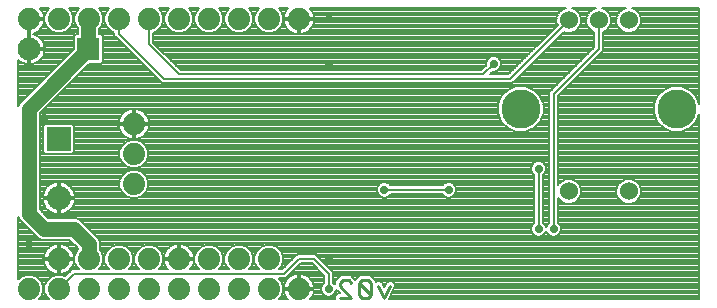
<source format=gbl>
G75*
%MOIN*%
%OFA0B0*%
%FSLAX25Y25*%
%IPPOS*%
%LPD*%
%AMOC8*
5,1,8,0,0,1.08239X$1,22.5*
%
%ADD10C,0.01100*%
%ADD11C,0.07600*%
%ADD12R,0.07600X0.07600*%
%ADD13R,0.08000X0.08000*%
%ADD14C,0.08000*%
%ADD15C,0.07400*%
%ADD16C,0.06000*%
%ADD17C,0.13000*%
%ADD18C,0.00800*%
%ADD19C,0.02900*%
%ADD20C,0.05000*%
D10*
X0201956Y0037050D02*
X0205892Y0037050D01*
X0201956Y0040987D01*
X0201956Y0041971D01*
X0202940Y0042955D01*
X0204908Y0042955D01*
X0205892Y0041971D01*
X0208401Y0041971D02*
X0212338Y0038034D01*
X0211354Y0037050D01*
X0209385Y0037050D01*
X0208401Y0038034D01*
X0208401Y0041971D01*
X0209385Y0042955D01*
X0211354Y0042955D01*
X0212338Y0041971D01*
X0212338Y0038034D01*
X0214847Y0040987D02*
X0216815Y0037050D01*
X0218783Y0040987D01*
D11*
X0098491Y0120000D03*
D12*
X0118176Y0120000D03*
D13*
X0108333Y0090000D03*
D14*
X0108333Y0070315D03*
D15*
X0098333Y0040000D03*
X0108333Y0040000D03*
X0118333Y0040000D03*
X0128333Y0040000D03*
X0138333Y0040000D03*
X0148333Y0040000D03*
X0158333Y0040000D03*
X0168333Y0040000D03*
X0178333Y0040000D03*
X0188333Y0040000D03*
X0178333Y0050000D03*
X0168333Y0050000D03*
X0158333Y0050000D03*
X0148333Y0050000D03*
X0138333Y0050000D03*
X0128333Y0050000D03*
X0118333Y0050000D03*
X0108333Y0050000D03*
X0133333Y0075000D03*
X0133333Y0085000D03*
X0133333Y0095000D03*
X0128333Y0130000D03*
X0118333Y0130000D03*
X0108333Y0130000D03*
X0098333Y0130000D03*
X0138333Y0130000D03*
X0148333Y0130000D03*
X0158333Y0130000D03*
X0168333Y0130000D03*
X0178333Y0130000D03*
X0188333Y0130000D03*
D16*
X0278333Y0129500D03*
X0288333Y0129500D03*
X0298333Y0129500D03*
X0298333Y0072500D03*
X0278333Y0072500D03*
D17*
X0262333Y0100000D03*
X0314333Y0100000D03*
D18*
X0321277Y0096903D02*
X0321833Y0096903D01*
X0321833Y0096105D02*
X0320946Y0096105D01*
X0320776Y0095695D02*
X0321833Y0098247D01*
X0321833Y0036500D01*
X0218385Y0036500D01*
X0220565Y0040860D01*
X0220133Y0042157D01*
X0218910Y0042768D01*
X0217613Y0042336D01*
X0216815Y0040739D01*
X0216017Y0042336D01*
X0214720Y0042768D01*
X0213988Y0042402D01*
X0213988Y0042654D01*
X0213027Y0043616D01*
X0213004Y0043638D01*
X0212037Y0044605D01*
X0208702Y0044605D01*
X0208688Y0044591D01*
X0207735Y0043638D01*
X0207718Y0043621D01*
X0207147Y0043050D01*
X0206558Y0043638D01*
X0206558Y0043638D01*
X0205606Y0044591D01*
X0205592Y0044605D01*
X0202256Y0044605D01*
X0201290Y0043638D01*
X0201267Y0043616D01*
X0200306Y0042654D01*
X0200306Y0041634D01*
X0199833Y0042106D01*
X0199833Y0045621D01*
X0194833Y0050621D01*
X0193955Y0051500D01*
X0187712Y0051500D01*
X0182712Y0046500D01*
X0181622Y0046500D01*
X0182403Y0047281D01*
X0183133Y0049045D01*
X0183133Y0050955D01*
X0182403Y0052719D01*
X0181052Y0054069D01*
X0179288Y0054800D01*
X0177379Y0054800D01*
X0175614Y0054069D01*
X0174264Y0052719D01*
X0173533Y0050955D01*
X0173533Y0049045D01*
X0174264Y0047281D01*
X0175045Y0046500D01*
X0171622Y0046500D01*
X0172403Y0047281D01*
X0173133Y0049045D01*
X0173133Y0050955D01*
X0172403Y0052719D01*
X0171052Y0054069D01*
X0169288Y0054800D01*
X0167379Y0054800D01*
X0165614Y0054069D01*
X0164264Y0052719D01*
X0163533Y0050955D01*
X0163533Y0049045D01*
X0164264Y0047281D01*
X0165045Y0046500D01*
X0161622Y0046500D01*
X0162403Y0047281D01*
X0163133Y0049045D01*
X0163133Y0050955D01*
X0162403Y0052719D01*
X0161052Y0054069D01*
X0159288Y0054800D01*
X0157379Y0054800D01*
X0155614Y0054069D01*
X0154264Y0052719D01*
X0153533Y0050955D01*
X0153533Y0049045D01*
X0154264Y0047281D01*
X0155045Y0046500D01*
X0152046Y0046500D01*
X0152223Y0046678D01*
X0152695Y0047327D01*
X0153060Y0048042D01*
X0153308Y0048806D01*
X0153433Y0049599D01*
X0153433Y0049600D01*
X0148733Y0049600D01*
X0148733Y0050400D01*
X0147933Y0050400D01*
X0147933Y0049600D01*
X0143233Y0049600D01*
X0143233Y0049599D01*
X0143359Y0048806D01*
X0143607Y0048042D01*
X0143971Y0047327D01*
X0144443Y0046678D01*
X0144621Y0046500D01*
X0141622Y0046500D01*
X0142403Y0047281D01*
X0143133Y0049045D01*
X0143133Y0050955D01*
X0142403Y0052719D01*
X0141052Y0054069D01*
X0139288Y0054800D01*
X0137379Y0054800D01*
X0135614Y0054069D01*
X0134264Y0052719D01*
X0133533Y0050955D01*
X0133533Y0049045D01*
X0134264Y0047281D01*
X0135045Y0046500D01*
X0131622Y0046500D01*
X0132403Y0047281D01*
X0133133Y0049045D01*
X0133133Y0050955D01*
X0132403Y0052719D01*
X0131052Y0054069D01*
X0129288Y0054800D01*
X0127379Y0054800D01*
X0125614Y0054069D01*
X0124264Y0052719D01*
X0123533Y0050955D01*
X0123533Y0049045D01*
X0124264Y0047281D01*
X0125045Y0046500D01*
X0121622Y0046500D01*
X0122403Y0047281D01*
X0123133Y0049045D01*
X0123133Y0050955D01*
X0122403Y0052719D01*
X0121933Y0053188D01*
X0121933Y0055716D01*
X0121385Y0057039D01*
X0120373Y0058052D01*
X0120373Y0058052D01*
X0115373Y0063052D01*
X0114049Y0063600D01*
X0104824Y0063600D01*
X0101933Y0066491D01*
X0101933Y0098509D01*
X0118524Y0115100D01*
X0122431Y0115100D01*
X0123076Y0115744D01*
X0123076Y0124256D01*
X0122431Y0124900D01*
X0121776Y0124900D01*
X0121776Y0126654D01*
X0122403Y0127281D01*
X0123133Y0129045D01*
X0123133Y0130955D01*
X0122403Y0132719D01*
X0121622Y0133500D01*
X0125045Y0133500D01*
X0124264Y0132719D01*
X0123533Y0130955D01*
X0123533Y0129045D01*
X0124264Y0127281D01*
X0125614Y0125931D01*
X0126833Y0125426D01*
X0126833Y0124379D01*
X0127712Y0123500D01*
X0142712Y0108500D01*
X0259455Y0108500D01*
X0260333Y0109379D01*
X0276695Y0125741D01*
X0277518Y0125400D01*
X0279149Y0125400D01*
X0280656Y0126024D01*
X0281809Y0127178D01*
X0282433Y0128684D01*
X0282433Y0130316D01*
X0281809Y0131822D01*
X0280656Y0132976D01*
X0279390Y0133500D01*
X0287276Y0133500D01*
X0286011Y0132976D01*
X0284858Y0131822D01*
X0284233Y0130316D01*
X0284233Y0128684D01*
X0284858Y0127178D01*
X0286011Y0126024D01*
X0286833Y0125684D01*
X0286833Y0120621D01*
X0271833Y0105621D01*
X0271833Y0062106D01*
X0271172Y0061444D01*
X0270833Y0060628D01*
X0270495Y0061444D01*
X0269833Y0062106D01*
X0269833Y0077894D01*
X0270495Y0078556D01*
X0270883Y0079493D01*
X0270883Y0080507D01*
X0270495Y0081444D01*
X0269778Y0082162D01*
X0268841Y0082550D01*
X0267826Y0082550D01*
X0266889Y0082162D01*
X0266172Y0081444D01*
X0265783Y0080507D01*
X0265783Y0079493D01*
X0266172Y0078556D01*
X0266833Y0077894D01*
X0266833Y0062106D01*
X0266172Y0061444D01*
X0265783Y0060507D01*
X0265783Y0059493D01*
X0266172Y0058556D01*
X0266889Y0057838D01*
X0267826Y0057450D01*
X0268841Y0057450D01*
X0269778Y0057838D01*
X0270495Y0058556D01*
X0270833Y0059372D01*
X0271172Y0058556D01*
X0271889Y0057838D01*
X0272826Y0057450D01*
X0273841Y0057450D01*
X0274778Y0057838D01*
X0275495Y0058556D01*
X0275883Y0059493D01*
X0275883Y0060507D01*
X0275495Y0061444D01*
X0274833Y0062106D01*
X0274833Y0070236D01*
X0274858Y0070178D01*
X0276011Y0069024D01*
X0277518Y0068400D01*
X0279149Y0068400D01*
X0280656Y0069024D01*
X0281809Y0070178D01*
X0282433Y0071684D01*
X0282433Y0073316D01*
X0281809Y0074822D01*
X0280656Y0075976D01*
X0279149Y0076600D01*
X0277518Y0076600D01*
X0276011Y0075976D01*
X0274858Y0074822D01*
X0274833Y0074764D01*
X0274833Y0104379D01*
X0288955Y0118500D01*
X0289833Y0119379D01*
X0289833Y0125684D01*
X0290656Y0126024D01*
X0291809Y0127178D01*
X0292433Y0128684D01*
X0292433Y0130316D01*
X0291809Y0131822D01*
X0290656Y0132976D01*
X0289390Y0133500D01*
X0297276Y0133500D01*
X0296011Y0132976D01*
X0294858Y0131822D01*
X0294233Y0130316D01*
X0294233Y0128684D01*
X0294858Y0127178D01*
X0296011Y0126024D01*
X0297518Y0125400D01*
X0299149Y0125400D01*
X0300656Y0126024D01*
X0301809Y0127178D01*
X0302433Y0128684D01*
X0302433Y0130316D01*
X0301809Y0131822D01*
X0300656Y0132976D01*
X0299390Y0133500D01*
X0321833Y0133500D01*
X0321833Y0101753D01*
X0320776Y0104305D01*
X0318638Y0106443D01*
X0315845Y0107600D01*
X0312822Y0107600D01*
X0310028Y0106443D01*
X0307890Y0104305D01*
X0306733Y0101512D01*
X0306733Y0098488D01*
X0307890Y0095695D01*
X0310028Y0093557D01*
X0312822Y0092400D01*
X0315845Y0092400D01*
X0318638Y0093557D01*
X0320776Y0095695D01*
X0320388Y0095306D02*
X0321833Y0095306D01*
X0321833Y0094508D02*
X0319589Y0094508D01*
X0318791Y0093709D02*
X0321833Y0093709D01*
X0321833Y0092911D02*
X0317078Y0092911D01*
X0321833Y0092112D02*
X0274833Y0092112D01*
X0274833Y0091314D02*
X0321833Y0091314D01*
X0321833Y0090515D02*
X0274833Y0090515D01*
X0274833Y0089717D02*
X0321833Y0089717D01*
X0321833Y0088918D02*
X0274833Y0088918D01*
X0274833Y0088120D02*
X0321833Y0088120D01*
X0321833Y0087321D02*
X0274833Y0087321D01*
X0274833Y0086523D02*
X0321833Y0086523D01*
X0321833Y0085724D02*
X0274833Y0085724D01*
X0274833Y0084926D02*
X0321833Y0084926D01*
X0321833Y0084127D02*
X0274833Y0084127D01*
X0274833Y0083329D02*
X0321833Y0083329D01*
X0321833Y0082530D02*
X0274833Y0082530D01*
X0274833Y0081732D02*
X0321833Y0081732D01*
X0321833Y0080933D02*
X0274833Y0080933D01*
X0274833Y0080134D02*
X0321833Y0080134D01*
X0321833Y0079336D02*
X0274833Y0079336D01*
X0274833Y0078537D02*
X0321833Y0078537D01*
X0321833Y0077739D02*
X0274833Y0077739D01*
X0274833Y0076940D02*
X0321833Y0076940D01*
X0321833Y0076142D02*
X0300255Y0076142D01*
X0300656Y0075976D02*
X0299149Y0076600D01*
X0297518Y0076600D01*
X0296011Y0075976D01*
X0294858Y0074822D01*
X0294233Y0073316D01*
X0294233Y0071684D01*
X0294858Y0070178D01*
X0296011Y0069024D01*
X0297518Y0068400D01*
X0299149Y0068400D01*
X0300656Y0069024D01*
X0301809Y0070178D01*
X0302433Y0071684D01*
X0302433Y0073316D01*
X0301809Y0074822D01*
X0300656Y0075976D01*
X0301288Y0075343D02*
X0321833Y0075343D01*
X0321833Y0074545D02*
X0301924Y0074545D01*
X0302255Y0073746D02*
X0321833Y0073746D01*
X0321833Y0072948D02*
X0302433Y0072948D01*
X0302433Y0072149D02*
X0321833Y0072149D01*
X0321833Y0071351D02*
X0302295Y0071351D01*
X0301964Y0070552D02*
X0321833Y0070552D01*
X0321833Y0069754D02*
X0301385Y0069754D01*
X0300490Y0068955D02*
X0321833Y0068955D01*
X0321833Y0068157D02*
X0274833Y0068157D01*
X0274833Y0068955D02*
X0276177Y0068955D01*
X0275281Y0069754D02*
X0274833Y0069754D01*
X0274833Y0067358D02*
X0321833Y0067358D01*
X0321833Y0066560D02*
X0274833Y0066560D01*
X0274833Y0065761D02*
X0321833Y0065761D01*
X0321833Y0064963D02*
X0274833Y0064963D01*
X0274833Y0064164D02*
X0321833Y0064164D01*
X0321833Y0063366D02*
X0274833Y0063366D01*
X0274833Y0062567D02*
X0321833Y0062567D01*
X0321833Y0061769D02*
X0275171Y0061769D01*
X0275692Y0060970D02*
X0321833Y0060970D01*
X0321833Y0060172D02*
X0275883Y0060172D01*
X0275834Y0059373D02*
X0321833Y0059373D01*
X0321833Y0058575D02*
X0275503Y0058575D01*
X0274628Y0057776D02*
X0321833Y0057776D01*
X0321833Y0056978D02*
X0121411Y0056978D01*
X0121742Y0056179D02*
X0321833Y0056179D01*
X0321833Y0055381D02*
X0121933Y0055381D01*
X0121933Y0054582D02*
X0126853Y0054582D01*
X0125329Y0053784D02*
X0121933Y0053784D01*
X0122136Y0052985D02*
X0124530Y0052985D01*
X0124044Y0052187D02*
X0122623Y0052187D01*
X0122954Y0051388D02*
X0123713Y0051388D01*
X0123533Y0050590D02*
X0123133Y0050590D01*
X0123133Y0049791D02*
X0123533Y0049791D01*
X0123555Y0048993D02*
X0123112Y0048993D01*
X0122781Y0048194D02*
X0123886Y0048194D01*
X0124217Y0047396D02*
X0122450Y0047396D01*
X0121719Y0046597D02*
X0124948Y0046597D01*
X0131719Y0046597D02*
X0134948Y0046597D01*
X0134217Y0047396D02*
X0132450Y0047396D01*
X0132781Y0048194D02*
X0133886Y0048194D01*
X0133555Y0048993D02*
X0133112Y0048993D01*
X0133133Y0049791D02*
X0133533Y0049791D01*
X0133533Y0050590D02*
X0133133Y0050590D01*
X0132954Y0051388D02*
X0133713Y0051388D01*
X0134044Y0052187D02*
X0132623Y0052187D01*
X0132136Y0052985D02*
X0134530Y0052985D01*
X0135329Y0053784D02*
X0131338Y0053784D01*
X0129814Y0054582D02*
X0136853Y0054582D01*
X0139814Y0054582D02*
X0146093Y0054582D01*
X0146376Y0054726D02*
X0145660Y0054362D01*
X0145011Y0053890D01*
X0144443Y0053322D01*
X0143971Y0052673D01*
X0143607Y0051958D01*
X0143359Y0051194D01*
X0143233Y0050401D01*
X0143233Y0050400D01*
X0147933Y0050400D01*
X0147933Y0055100D01*
X0147932Y0055100D01*
X0147139Y0054974D01*
X0146376Y0054726D01*
X0147933Y0054582D02*
X0148733Y0054582D01*
X0148733Y0055100D02*
X0148733Y0050400D01*
X0153433Y0050400D01*
X0153433Y0050401D01*
X0153308Y0051194D01*
X0153060Y0051958D01*
X0152695Y0052673D01*
X0152223Y0053322D01*
X0151656Y0053890D01*
X0151006Y0054362D01*
X0150291Y0054726D01*
X0149528Y0054974D01*
X0148735Y0055100D01*
X0148733Y0055100D01*
X0148733Y0053784D02*
X0147933Y0053784D01*
X0147933Y0052985D02*
X0148733Y0052985D01*
X0148733Y0052187D02*
X0147933Y0052187D01*
X0147933Y0051388D02*
X0148733Y0051388D01*
X0148733Y0050590D02*
X0147933Y0050590D01*
X0147933Y0049791D02*
X0143133Y0049791D01*
X0143133Y0050590D02*
X0143263Y0050590D01*
X0143422Y0051388D02*
X0142954Y0051388D01*
X0142623Y0052187D02*
X0143724Y0052187D01*
X0144198Y0052985D02*
X0142136Y0052985D01*
X0141338Y0053784D02*
X0144904Y0053784D01*
X0150574Y0054582D02*
X0156853Y0054582D01*
X0155329Y0053784D02*
X0151762Y0053784D01*
X0152468Y0052985D02*
X0154530Y0052985D01*
X0154044Y0052187D02*
X0152943Y0052187D01*
X0153245Y0051388D02*
X0153713Y0051388D01*
X0153533Y0050590D02*
X0153404Y0050590D01*
X0153533Y0049791D02*
X0148733Y0049791D01*
X0153109Y0048194D02*
X0153886Y0048194D01*
X0154217Y0047396D02*
X0152730Y0047396D01*
X0152143Y0046597D02*
X0154948Y0046597D01*
X0161719Y0046597D02*
X0164948Y0046597D01*
X0164217Y0047396D02*
X0162450Y0047396D01*
X0162781Y0048194D02*
X0163886Y0048194D01*
X0163555Y0048993D02*
X0163112Y0048993D01*
X0163133Y0049791D02*
X0163533Y0049791D01*
X0163533Y0050590D02*
X0163133Y0050590D01*
X0162954Y0051388D02*
X0163713Y0051388D01*
X0164044Y0052187D02*
X0162623Y0052187D01*
X0162136Y0052985D02*
X0164530Y0052985D01*
X0165329Y0053784D02*
X0161338Y0053784D01*
X0159814Y0054582D02*
X0166853Y0054582D01*
X0169814Y0054582D02*
X0176853Y0054582D01*
X0175329Y0053784D02*
X0171338Y0053784D01*
X0172136Y0052985D02*
X0174530Y0052985D01*
X0174044Y0052187D02*
X0172623Y0052187D01*
X0172954Y0051388D02*
X0173713Y0051388D01*
X0173533Y0050590D02*
X0173133Y0050590D01*
X0173133Y0049791D02*
X0173533Y0049791D01*
X0173555Y0048993D02*
X0173112Y0048993D01*
X0172781Y0048194D02*
X0173886Y0048194D01*
X0174217Y0047396D02*
X0172450Y0047396D01*
X0171719Y0046597D02*
X0174948Y0046597D01*
X0181719Y0046597D02*
X0182809Y0046597D01*
X0182450Y0047396D02*
X0183608Y0047396D01*
X0184406Y0048194D02*
X0182781Y0048194D01*
X0183112Y0048993D02*
X0185205Y0048993D01*
X0186003Y0049791D02*
X0183133Y0049791D01*
X0183133Y0050590D02*
X0186802Y0050590D01*
X0187600Y0051388D02*
X0182954Y0051388D01*
X0182623Y0052187D02*
X0321833Y0052187D01*
X0321833Y0052985D02*
X0182136Y0052985D01*
X0181338Y0053784D02*
X0321833Y0053784D01*
X0321833Y0054582D02*
X0179814Y0054582D01*
X0188333Y0050000D02*
X0183333Y0045000D01*
X0113333Y0045000D01*
X0108333Y0040000D01*
X0103886Y0041806D02*
X0102781Y0041806D01*
X0103112Y0041007D02*
X0103555Y0041007D01*
X0103533Y0040955D02*
X0103533Y0039045D01*
X0104264Y0037281D01*
X0105045Y0036500D01*
X0101622Y0036500D01*
X0102403Y0037281D01*
X0103133Y0039045D01*
X0103133Y0040955D01*
X0102403Y0042719D01*
X0101052Y0044069D01*
X0099288Y0044800D01*
X0097379Y0044800D01*
X0095614Y0044069D01*
X0094833Y0043288D01*
X0094833Y0064043D01*
X0095281Y0062961D01*
X0101294Y0056948D01*
X0102617Y0056400D01*
X0111842Y0056400D01*
X0114733Y0053509D01*
X0114733Y0053188D01*
X0114264Y0052719D01*
X0113533Y0050955D01*
X0113533Y0049045D01*
X0114264Y0047281D01*
X0115045Y0046500D01*
X0112712Y0046500D01*
X0110507Y0044295D01*
X0109288Y0044800D01*
X0107379Y0044800D01*
X0105614Y0044069D01*
X0104264Y0042719D01*
X0103533Y0040955D01*
X0103533Y0040209D02*
X0103133Y0040209D01*
X0103133Y0039410D02*
X0103533Y0039410D01*
X0103713Y0038612D02*
X0102954Y0038612D01*
X0102623Y0037813D02*
X0104044Y0037813D01*
X0104530Y0037015D02*
X0102136Y0037015D01*
X0102450Y0042604D02*
X0104217Y0042604D01*
X0104948Y0043403D02*
X0101719Y0043403D01*
X0100733Y0044201D02*
X0105934Y0044201D01*
X0106376Y0045274D02*
X0107139Y0045026D01*
X0107932Y0044900D01*
X0107933Y0044900D01*
X0107933Y0049600D01*
X0103233Y0049600D01*
X0103233Y0049599D01*
X0103359Y0048806D01*
X0103607Y0048042D01*
X0103971Y0047327D01*
X0104443Y0046678D01*
X0105011Y0046110D01*
X0105660Y0045638D01*
X0106376Y0045274D01*
X0107301Y0045000D02*
X0094833Y0045000D01*
X0094833Y0045799D02*
X0105440Y0045799D01*
X0104524Y0046597D02*
X0094833Y0046597D01*
X0094833Y0047396D02*
X0103936Y0047396D01*
X0103558Y0048194D02*
X0094833Y0048194D01*
X0094833Y0048993D02*
X0103329Y0048993D01*
X0103233Y0050400D02*
X0107933Y0050400D01*
X0107933Y0049600D01*
X0108733Y0049600D01*
X0108733Y0044900D01*
X0108735Y0044900D01*
X0109528Y0045026D01*
X0110291Y0045274D01*
X0111006Y0045638D01*
X0111656Y0046110D01*
X0112223Y0046678D01*
X0112695Y0047327D01*
X0113060Y0048042D01*
X0113308Y0048806D01*
X0113433Y0049599D01*
X0113433Y0049600D01*
X0108733Y0049600D01*
X0108733Y0050400D01*
X0107933Y0050400D01*
X0107933Y0055100D01*
X0107932Y0055100D01*
X0107139Y0054974D01*
X0106376Y0054726D01*
X0105660Y0054362D01*
X0105011Y0053890D01*
X0104443Y0053322D01*
X0103971Y0052673D01*
X0103607Y0051958D01*
X0103359Y0051194D01*
X0103233Y0050401D01*
X0103233Y0050400D01*
X0103263Y0050590D02*
X0094833Y0050590D01*
X0094833Y0051388D02*
X0103422Y0051388D01*
X0103724Y0052187D02*
X0094833Y0052187D01*
X0094833Y0052985D02*
X0104198Y0052985D01*
X0104904Y0053784D02*
X0094833Y0053784D01*
X0094833Y0054582D02*
X0106093Y0054582D01*
X0107933Y0054582D02*
X0108733Y0054582D01*
X0108733Y0055100D02*
X0108733Y0050400D01*
X0113433Y0050400D01*
X0113433Y0050401D01*
X0113308Y0051194D01*
X0113060Y0051958D01*
X0112695Y0052673D01*
X0112223Y0053322D01*
X0111656Y0053890D01*
X0111006Y0054362D01*
X0110291Y0054726D01*
X0109528Y0054974D01*
X0108735Y0055100D01*
X0108733Y0055100D01*
X0108733Y0053784D02*
X0107933Y0053784D01*
X0107933Y0052985D02*
X0108733Y0052985D01*
X0108733Y0052187D02*
X0107933Y0052187D01*
X0107933Y0051388D02*
X0108733Y0051388D01*
X0108733Y0050590D02*
X0107933Y0050590D01*
X0107933Y0049791D02*
X0094833Y0049791D01*
X0094833Y0044201D02*
X0095934Y0044201D01*
X0094948Y0043403D02*
X0094833Y0043403D01*
X0107933Y0045000D02*
X0108733Y0045000D01*
X0109366Y0045000D02*
X0111212Y0045000D01*
X0111227Y0045799D02*
X0112011Y0045799D01*
X0112143Y0046597D02*
X0114948Y0046597D01*
X0114217Y0047396D02*
X0112730Y0047396D01*
X0113109Y0048194D02*
X0113886Y0048194D01*
X0113555Y0048993D02*
X0113337Y0048993D01*
X0113533Y0049791D02*
X0108733Y0049791D01*
X0108733Y0048993D02*
X0107933Y0048993D01*
X0107933Y0048194D02*
X0108733Y0048194D01*
X0108733Y0047396D02*
X0107933Y0047396D01*
X0107933Y0046597D02*
X0108733Y0046597D01*
X0108733Y0045799D02*
X0107933Y0045799D01*
X0113404Y0050590D02*
X0113533Y0050590D01*
X0113713Y0051388D02*
X0113245Y0051388D01*
X0112943Y0052187D02*
X0114044Y0052187D01*
X0114530Y0052985D02*
X0112468Y0052985D01*
X0111762Y0053784D02*
X0114459Y0053784D01*
X0113660Y0054582D02*
X0110574Y0054582D01*
X0112063Y0056179D02*
X0094833Y0056179D01*
X0094833Y0055381D02*
X0112862Y0055381D01*
X0119850Y0058575D02*
X0266164Y0058575D01*
X0265833Y0059373D02*
X0119051Y0059373D01*
X0118253Y0060172D02*
X0265783Y0060172D01*
X0265975Y0060970D02*
X0117454Y0060970D01*
X0116656Y0061769D02*
X0266496Y0061769D01*
X0266833Y0062567D02*
X0115857Y0062567D01*
X0114615Y0063366D02*
X0266833Y0063366D01*
X0266833Y0064164D02*
X0104260Y0064164D01*
X0103462Y0064963D02*
X0107606Y0064963D01*
X0107908Y0064915D02*
X0107069Y0065048D01*
X0106260Y0065311D01*
X0105503Y0065696D01*
X0104815Y0066196D01*
X0104214Y0066797D01*
X0103715Y0067485D01*
X0103329Y0068242D01*
X0103066Y0069050D01*
X0102933Y0069890D01*
X0102933Y0069915D01*
X0107933Y0069915D01*
X0107933Y0070715D01*
X0102933Y0070715D01*
X0102933Y0070740D01*
X0103066Y0071579D01*
X0103329Y0072388D01*
X0103715Y0073145D01*
X0104214Y0073833D01*
X0104815Y0074434D01*
X0105503Y0074933D01*
X0106260Y0075319D01*
X0107069Y0075582D01*
X0107908Y0075715D01*
X0107933Y0075715D01*
X0107933Y0070715D01*
X0108733Y0070715D01*
X0108733Y0075715D01*
X0108758Y0075715D01*
X0109598Y0075582D01*
X0110406Y0075319D01*
X0111164Y0074933D01*
X0111851Y0074434D01*
X0112452Y0073833D01*
X0112952Y0073145D01*
X0113338Y0072388D01*
X0113600Y0071579D01*
X0113733Y0070740D01*
X0113733Y0070715D01*
X0108733Y0070715D01*
X0108733Y0069915D01*
X0108733Y0064915D01*
X0108758Y0064915D01*
X0109598Y0065048D01*
X0110406Y0065311D01*
X0111164Y0065696D01*
X0111851Y0066196D01*
X0112452Y0066797D01*
X0112952Y0067485D01*
X0113338Y0068242D01*
X0113600Y0069050D01*
X0113733Y0069890D01*
X0113733Y0069915D01*
X0108733Y0069915D01*
X0107933Y0069915D01*
X0107933Y0064915D01*
X0107908Y0064915D01*
X0107933Y0064963D02*
X0108733Y0064963D01*
X0109060Y0064963D02*
X0266833Y0064963D01*
X0266833Y0065761D02*
X0111253Y0065761D01*
X0112215Y0066560D02*
X0266833Y0066560D01*
X0266833Y0067358D02*
X0112860Y0067358D01*
X0113294Y0068157D02*
X0266833Y0068157D01*
X0266833Y0068955D02*
X0113569Y0068955D01*
X0113712Y0069754D02*
X0266833Y0069754D01*
X0266833Y0070552D02*
X0239088Y0070552D01*
X0238841Y0070450D02*
X0239778Y0070838D01*
X0240495Y0071556D01*
X0240883Y0072493D01*
X0240883Y0073507D01*
X0240495Y0074444D01*
X0239778Y0075162D01*
X0238841Y0075550D01*
X0237826Y0075550D01*
X0236889Y0075162D01*
X0236227Y0074500D01*
X0218940Y0074500D01*
X0218278Y0075162D01*
X0217341Y0075550D01*
X0216326Y0075550D01*
X0215389Y0075162D01*
X0214672Y0074444D01*
X0214283Y0073507D01*
X0214283Y0072493D01*
X0214672Y0071556D01*
X0215389Y0070838D01*
X0216326Y0070450D01*
X0217341Y0070450D01*
X0218278Y0070838D01*
X0218940Y0071500D01*
X0236227Y0071500D01*
X0236889Y0070838D01*
X0237826Y0070450D01*
X0238841Y0070450D01*
X0237579Y0070552D02*
X0217588Y0070552D01*
X0218790Y0071351D02*
X0236376Y0071351D01*
X0238333Y0073000D02*
X0216833Y0073000D01*
X0215827Y0075343D02*
X0138133Y0075343D01*
X0138133Y0075955D02*
X0138133Y0074045D01*
X0137403Y0072281D01*
X0136052Y0070931D01*
X0134288Y0070200D01*
X0132379Y0070200D01*
X0130614Y0070931D01*
X0129264Y0072281D01*
X0128533Y0074045D01*
X0128533Y0075955D01*
X0129264Y0077719D01*
X0130614Y0079069D01*
X0132379Y0079800D01*
X0134288Y0079800D01*
X0136052Y0079069D01*
X0137403Y0077719D01*
X0138133Y0075955D01*
X0138056Y0076142D02*
X0266833Y0076142D01*
X0266833Y0076940D02*
X0137725Y0076940D01*
X0137383Y0077739D02*
X0266833Y0077739D01*
X0266190Y0078537D02*
X0136584Y0078537D01*
X0135408Y0079336D02*
X0265848Y0079336D01*
X0265783Y0080134D02*
X0101933Y0080134D01*
X0101933Y0079336D02*
X0131258Y0079336D01*
X0132379Y0080200D02*
X0134288Y0080200D01*
X0136052Y0080931D01*
X0137403Y0082281D01*
X0138133Y0084045D01*
X0138133Y0085955D01*
X0137403Y0087719D01*
X0136052Y0089069D01*
X0134288Y0089800D01*
X0132379Y0089800D01*
X0130614Y0089069D01*
X0129264Y0087719D01*
X0128533Y0085955D01*
X0128533Y0084045D01*
X0129264Y0082281D01*
X0130614Y0080931D01*
X0132379Y0080200D01*
X0130612Y0080933D02*
X0101933Y0080933D01*
X0101933Y0081732D02*
X0129814Y0081732D01*
X0129161Y0082530D02*
X0101933Y0082530D01*
X0101933Y0083329D02*
X0128830Y0083329D01*
X0128533Y0084127D02*
X0101933Y0084127D01*
X0101933Y0084926D02*
X0103852Y0084926D01*
X0103878Y0084900D02*
X0103233Y0085544D01*
X0103233Y0094456D01*
X0103878Y0095100D01*
X0112789Y0095100D01*
X0113433Y0094456D01*
X0113433Y0085544D01*
X0112789Y0084900D01*
X0103878Y0084900D01*
X0103233Y0085724D02*
X0101933Y0085724D01*
X0101933Y0086523D02*
X0103233Y0086523D01*
X0103233Y0087321D02*
X0101933Y0087321D01*
X0101933Y0088120D02*
X0103233Y0088120D01*
X0103233Y0088918D02*
X0101933Y0088918D01*
X0101933Y0089717D02*
X0103233Y0089717D01*
X0103233Y0090515D02*
X0101933Y0090515D01*
X0101933Y0091314D02*
X0103233Y0091314D01*
X0103233Y0092112D02*
X0101933Y0092112D01*
X0101933Y0092911D02*
X0103233Y0092911D01*
X0103233Y0093709D02*
X0101933Y0093709D01*
X0101933Y0094508D02*
X0103285Y0094508D01*
X0101933Y0095306D02*
X0132933Y0095306D01*
X0132933Y0095400D02*
X0132933Y0094600D01*
X0128233Y0094600D01*
X0128233Y0094599D01*
X0128359Y0093806D01*
X0128607Y0093042D01*
X0128971Y0092327D01*
X0129443Y0091678D01*
X0130011Y0091110D01*
X0130660Y0090638D01*
X0131376Y0090274D01*
X0132139Y0090026D01*
X0132932Y0089900D01*
X0132933Y0089900D01*
X0132933Y0094600D01*
X0133733Y0094600D01*
X0133733Y0089900D01*
X0133735Y0089900D01*
X0134528Y0090026D01*
X0135291Y0090274D01*
X0136006Y0090638D01*
X0136656Y0091110D01*
X0137223Y0091678D01*
X0137695Y0092327D01*
X0138060Y0093042D01*
X0138308Y0093806D01*
X0138433Y0094599D01*
X0138433Y0094600D01*
X0133733Y0094600D01*
X0133733Y0095400D01*
X0132933Y0095400D01*
X0128233Y0095400D01*
X0128233Y0095401D01*
X0128359Y0096194D01*
X0128607Y0096958D01*
X0128971Y0097673D01*
X0129443Y0098322D01*
X0130011Y0098890D01*
X0130660Y0099362D01*
X0131376Y0099726D01*
X0132139Y0099974D01*
X0132932Y0100100D01*
X0132933Y0100100D01*
X0132933Y0095400D01*
X0132933Y0096105D02*
X0133733Y0096105D01*
X0133733Y0095400D02*
X0133733Y0100100D01*
X0133735Y0100100D01*
X0134528Y0099974D01*
X0135291Y0099726D01*
X0136006Y0099362D01*
X0136656Y0098890D01*
X0137223Y0098322D01*
X0137695Y0097673D01*
X0138060Y0096958D01*
X0138308Y0096194D01*
X0138433Y0095401D01*
X0138433Y0095400D01*
X0133733Y0095400D01*
X0133733Y0095306D02*
X0256279Y0095306D01*
X0255890Y0095695D02*
X0258028Y0093557D01*
X0260822Y0092400D01*
X0263845Y0092400D01*
X0266638Y0093557D01*
X0268776Y0095695D01*
X0269933Y0098488D01*
X0269933Y0101512D01*
X0268776Y0104305D01*
X0266638Y0106443D01*
X0263845Y0107600D01*
X0260822Y0107600D01*
X0258028Y0106443D01*
X0255890Y0104305D01*
X0254733Y0101512D01*
X0254733Y0098488D01*
X0255890Y0095695D01*
X0255721Y0096105D02*
X0138322Y0096105D01*
X0138077Y0096903D02*
X0255390Y0096903D01*
X0255059Y0097702D02*
X0137674Y0097702D01*
X0137046Y0098500D02*
X0254733Y0098500D01*
X0254733Y0099299D02*
X0136093Y0099299D01*
X0133733Y0099299D02*
X0132933Y0099299D01*
X0132933Y0100097D02*
X0133733Y0100097D01*
X0133752Y0100097D02*
X0254733Y0100097D01*
X0254733Y0100896D02*
X0104320Y0100896D01*
X0103522Y0100097D02*
X0132915Y0100097D01*
X0132933Y0098500D02*
X0133733Y0098500D01*
X0133733Y0097702D02*
X0132933Y0097702D01*
X0132933Y0096903D02*
X0133733Y0096903D01*
X0130573Y0099299D02*
X0102723Y0099299D01*
X0101933Y0098500D02*
X0129621Y0098500D01*
X0128992Y0097702D02*
X0101933Y0097702D01*
X0101933Y0096903D02*
X0128589Y0096903D01*
X0128345Y0096105D02*
X0101933Y0096105D01*
X0105119Y0101694D02*
X0254809Y0101694D01*
X0255140Y0102493D02*
X0105917Y0102493D01*
X0106716Y0103291D02*
X0255470Y0103291D01*
X0255801Y0104090D02*
X0107514Y0104090D01*
X0108313Y0104888D02*
X0256474Y0104888D01*
X0257272Y0105687D02*
X0109111Y0105687D01*
X0109910Y0106485D02*
X0258131Y0106485D01*
X0260058Y0107284D02*
X0110708Y0107284D01*
X0111507Y0108082D02*
X0274294Y0108082D01*
X0273496Y0107284D02*
X0264608Y0107284D01*
X0266536Y0106485D02*
X0272697Y0106485D01*
X0271899Y0105687D02*
X0267394Y0105687D01*
X0268193Y0104888D02*
X0271833Y0104888D01*
X0271833Y0104090D02*
X0268865Y0104090D01*
X0269196Y0103291D02*
X0271833Y0103291D01*
X0271833Y0102493D02*
X0269527Y0102493D01*
X0269858Y0101694D02*
X0271833Y0101694D01*
X0271833Y0100896D02*
X0269933Y0100896D01*
X0269933Y0100097D02*
X0271833Y0100097D01*
X0271833Y0099299D02*
X0269933Y0099299D01*
X0269933Y0098500D02*
X0271833Y0098500D01*
X0271833Y0097702D02*
X0269608Y0097702D01*
X0269277Y0096903D02*
X0271833Y0096903D01*
X0271833Y0096105D02*
X0268946Y0096105D01*
X0268388Y0095306D02*
X0271833Y0095306D01*
X0271833Y0094508D02*
X0267589Y0094508D01*
X0266791Y0093709D02*
X0271833Y0093709D01*
X0271833Y0092911D02*
X0265078Y0092911D01*
X0259589Y0092911D02*
X0137993Y0092911D01*
X0138276Y0093709D02*
X0257876Y0093709D01*
X0257078Y0094508D02*
X0138419Y0094508D01*
X0137539Y0092112D02*
X0271833Y0092112D01*
X0271833Y0091314D02*
X0136859Y0091314D01*
X0135765Y0090515D02*
X0271833Y0090515D01*
X0271833Y0089717D02*
X0134489Y0089717D01*
X0133733Y0090515D02*
X0132933Y0090515D01*
X0132933Y0091314D02*
X0133733Y0091314D01*
X0133733Y0092112D02*
X0132933Y0092112D01*
X0132933Y0092911D02*
X0133733Y0092911D01*
X0133733Y0093709D02*
X0132933Y0093709D01*
X0132933Y0094508D02*
X0133733Y0094508D01*
X0129128Y0092112D02*
X0113433Y0092112D01*
X0113433Y0091314D02*
X0129807Y0091314D01*
X0130902Y0090515D02*
X0113433Y0090515D01*
X0113433Y0089717D02*
X0132177Y0089717D01*
X0130463Y0088918D02*
X0113433Y0088918D01*
X0113433Y0088120D02*
X0129665Y0088120D01*
X0129099Y0087321D02*
X0113433Y0087321D01*
X0113433Y0086523D02*
X0128769Y0086523D01*
X0128533Y0085724D02*
X0113433Y0085724D01*
X0112815Y0084926D02*
X0128533Y0084926D01*
X0136203Y0088918D02*
X0271833Y0088918D01*
X0271833Y0088120D02*
X0137002Y0088120D01*
X0137567Y0087321D02*
X0271833Y0087321D01*
X0271833Y0086523D02*
X0137898Y0086523D01*
X0138133Y0085724D02*
X0271833Y0085724D01*
X0271833Y0084926D02*
X0138133Y0084926D01*
X0138133Y0084127D02*
X0271833Y0084127D01*
X0271833Y0083329D02*
X0137836Y0083329D01*
X0137506Y0082530D02*
X0267778Y0082530D01*
X0268889Y0082530D02*
X0271833Y0082530D01*
X0271833Y0081732D02*
X0270208Y0081732D01*
X0270707Y0080933D02*
X0271833Y0080933D01*
X0271833Y0080134D02*
X0270883Y0080134D01*
X0270818Y0079336D02*
X0271833Y0079336D01*
X0271833Y0078537D02*
X0270477Y0078537D01*
X0269833Y0077739D02*
X0271833Y0077739D01*
X0271833Y0076940D02*
X0269833Y0076940D01*
X0269833Y0076142D02*
X0271833Y0076142D01*
X0271833Y0075343D02*
X0269833Y0075343D01*
X0269833Y0074545D02*
X0271833Y0074545D01*
X0271833Y0073746D02*
X0269833Y0073746D01*
X0269833Y0072948D02*
X0271833Y0072948D01*
X0271833Y0072149D02*
X0269833Y0072149D01*
X0269833Y0071351D02*
X0271833Y0071351D01*
X0271833Y0070552D02*
X0269833Y0070552D01*
X0269833Y0069754D02*
X0271833Y0069754D01*
X0271833Y0068955D02*
X0269833Y0068955D01*
X0269833Y0068157D02*
X0271833Y0068157D01*
X0271833Y0067358D02*
X0269833Y0067358D01*
X0269833Y0066560D02*
X0271833Y0066560D01*
X0271833Y0065761D02*
X0269833Y0065761D01*
X0269833Y0064963D02*
X0271833Y0064963D01*
X0271833Y0064164D02*
X0269833Y0064164D01*
X0269833Y0063366D02*
X0271833Y0063366D01*
X0271833Y0062567D02*
X0269833Y0062567D01*
X0270171Y0061769D02*
X0271496Y0061769D01*
X0270975Y0060970D02*
X0270692Y0060970D01*
X0268333Y0060000D02*
X0268333Y0080000D01*
X0265960Y0080933D02*
X0136055Y0080933D01*
X0136853Y0081732D02*
X0266459Y0081732D01*
X0274833Y0076142D02*
X0276412Y0076142D01*
X0275378Y0075343D02*
X0274833Y0075343D01*
X0266833Y0075343D02*
X0239339Y0075343D01*
X0240395Y0074545D02*
X0266833Y0074545D01*
X0266833Y0073746D02*
X0240784Y0073746D01*
X0240883Y0072948D02*
X0266833Y0072948D01*
X0266833Y0072149D02*
X0240741Y0072149D01*
X0240290Y0071351D02*
X0266833Y0071351D01*
X0280490Y0068955D02*
X0296177Y0068955D01*
X0295281Y0069754D02*
X0281385Y0069754D01*
X0281964Y0070552D02*
X0294702Y0070552D01*
X0294371Y0071351D02*
X0282295Y0071351D01*
X0282433Y0072149D02*
X0294233Y0072149D01*
X0294233Y0072948D02*
X0282433Y0072948D01*
X0282255Y0073746D02*
X0294412Y0073746D01*
X0294743Y0074545D02*
X0281924Y0074545D01*
X0281288Y0075343D02*
X0295378Y0075343D01*
X0296412Y0076142D02*
X0280255Y0076142D01*
X0274833Y0092911D02*
X0311589Y0092911D01*
X0309876Y0093709D02*
X0274833Y0093709D01*
X0274833Y0094508D02*
X0309078Y0094508D01*
X0308279Y0095306D02*
X0274833Y0095306D01*
X0274833Y0096105D02*
X0307721Y0096105D01*
X0307390Y0096903D02*
X0274833Y0096903D01*
X0274833Y0097702D02*
X0307059Y0097702D01*
X0306733Y0098500D02*
X0274833Y0098500D01*
X0274833Y0099299D02*
X0306733Y0099299D01*
X0306733Y0100097D02*
X0274833Y0100097D01*
X0274833Y0100896D02*
X0306733Y0100896D01*
X0306809Y0101694D02*
X0274833Y0101694D01*
X0274833Y0102493D02*
X0307140Y0102493D01*
X0307470Y0103291D02*
X0274833Y0103291D01*
X0274833Y0104090D02*
X0307801Y0104090D01*
X0308474Y0104888D02*
X0275343Y0104888D01*
X0276142Y0105687D02*
X0309272Y0105687D01*
X0310131Y0106485D02*
X0276940Y0106485D01*
X0277739Y0107284D02*
X0312058Y0107284D01*
X0316608Y0107284D02*
X0321833Y0107284D01*
X0321833Y0108082D02*
X0278537Y0108082D01*
X0279336Y0108881D02*
X0321833Y0108881D01*
X0321833Y0109679D02*
X0280134Y0109679D01*
X0280933Y0110478D02*
X0321833Y0110478D01*
X0321833Y0111276D02*
X0281731Y0111276D01*
X0282530Y0112075D02*
X0321833Y0112075D01*
X0321833Y0112873D02*
X0283328Y0112873D01*
X0284127Y0113672D02*
X0321833Y0113672D01*
X0321833Y0114470D02*
X0284925Y0114470D01*
X0285724Y0115269D02*
X0321833Y0115269D01*
X0321833Y0116068D02*
X0286522Y0116068D01*
X0287321Y0116866D02*
X0321833Y0116866D01*
X0321833Y0117665D02*
X0288119Y0117665D01*
X0288918Y0118463D02*
X0321833Y0118463D01*
X0321833Y0119262D02*
X0289716Y0119262D01*
X0289833Y0120060D02*
X0321833Y0120060D01*
X0321833Y0120859D02*
X0289833Y0120859D01*
X0289833Y0121657D02*
X0321833Y0121657D01*
X0321833Y0122456D02*
X0289833Y0122456D01*
X0289833Y0123254D02*
X0321833Y0123254D01*
X0321833Y0124053D02*
X0289833Y0124053D01*
X0289833Y0124851D02*
X0321833Y0124851D01*
X0321833Y0125650D02*
X0299752Y0125650D01*
X0301080Y0126448D02*
X0321833Y0126448D01*
X0321833Y0127247D02*
X0301838Y0127247D01*
X0302169Y0128045D02*
X0321833Y0128045D01*
X0321833Y0128844D02*
X0302433Y0128844D01*
X0302433Y0129642D02*
X0321833Y0129642D01*
X0321833Y0130441D02*
X0302381Y0130441D01*
X0302051Y0131239D02*
X0321833Y0131239D01*
X0321833Y0132038D02*
X0301594Y0132038D01*
X0300795Y0132836D02*
X0321833Y0132836D01*
X0296915Y0125650D02*
X0289833Y0125650D01*
X0291080Y0126448D02*
X0295587Y0126448D01*
X0294829Y0127247D02*
X0291838Y0127247D01*
X0292169Y0128045D02*
X0294498Y0128045D01*
X0294233Y0128844D02*
X0292433Y0128844D01*
X0292433Y0129642D02*
X0294233Y0129642D01*
X0294285Y0130441D02*
X0292381Y0130441D01*
X0292051Y0131239D02*
X0294616Y0131239D01*
X0295073Y0132038D02*
X0291594Y0132038D01*
X0290795Y0132836D02*
X0295871Y0132836D01*
X0288333Y0129500D02*
X0288333Y0120000D01*
X0273333Y0105000D01*
X0273333Y0060000D01*
X0272039Y0057776D02*
X0269628Y0057776D01*
X0270503Y0058575D02*
X0271164Y0058575D01*
X0267039Y0057776D02*
X0120648Y0057776D01*
X0108733Y0065761D02*
X0107933Y0065761D01*
X0107933Y0066560D02*
X0108733Y0066560D01*
X0108733Y0067358D02*
X0107933Y0067358D01*
X0107933Y0068157D02*
X0108733Y0068157D01*
X0108733Y0068955D02*
X0107933Y0068955D01*
X0107933Y0069754D02*
X0108733Y0069754D01*
X0108733Y0070552D02*
X0131528Y0070552D01*
X0130194Y0071351D02*
X0113637Y0071351D01*
X0113415Y0072149D02*
X0129396Y0072149D01*
X0128988Y0072948D02*
X0113052Y0072948D01*
X0112515Y0073746D02*
X0128657Y0073746D01*
X0128533Y0074545D02*
X0111698Y0074545D01*
X0110332Y0075343D02*
X0128533Y0075343D01*
X0128611Y0076142D02*
X0101933Y0076142D01*
X0101933Y0076940D02*
X0128942Y0076940D01*
X0129284Y0077739D02*
X0101933Y0077739D01*
X0101933Y0078537D02*
X0130083Y0078537D01*
X0138133Y0074545D02*
X0214772Y0074545D01*
X0214382Y0073746D02*
X0138010Y0073746D01*
X0137679Y0072948D02*
X0214283Y0072948D01*
X0214426Y0072149D02*
X0137271Y0072149D01*
X0136472Y0071351D02*
X0214876Y0071351D01*
X0216079Y0070552D02*
X0135139Y0070552D01*
X0108733Y0071351D02*
X0107933Y0071351D01*
X0107933Y0072149D02*
X0108733Y0072149D01*
X0108733Y0072948D02*
X0107933Y0072948D01*
X0107933Y0073746D02*
X0108733Y0073746D01*
X0108733Y0074545D02*
X0107933Y0074545D01*
X0107933Y0075343D02*
X0108733Y0075343D01*
X0106335Y0075343D02*
X0101933Y0075343D01*
X0101933Y0074545D02*
X0104968Y0074545D01*
X0104152Y0073746D02*
X0101933Y0073746D01*
X0101933Y0072948D02*
X0103614Y0072948D01*
X0103251Y0072149D02*
X0101933Y0072149D01*
X0101933Y0071351D02*
X0103030Y0071351D01*
X0101933Y0070552D02*
X0107933Y0070552D01*
X0103372Y0068157D02*
X0101933Y0068157D01*
X0101933Y0068955D02*
X0103097Y0068955D01*
X0102955Y0069754D02*
X0101933Y0069754D01*
X0101933Y0067358D02*
X0103807Y0067358D01*
X0104452Y0066560D02*
X0101933Y0066560D01*
X0102663Y0065761D02*
X0105414Y0065761D01*
X0095675Y0062567D02*
X0094833Y0062567D01*
X0094833Y0061769D02*
X0096473Y0061769D01*
X0097272Y0060970D02*
X0094833Y0060970D01*
X0094833Y0060172D02*
X0098070Y0060172D01*
X0098869Y0059373D02*
X0094833Y0059373D01*
X0094833Y0058575D02*
X0099667Y0058575D01*
X0100466Y0057776D02*
X0094833Y0057776D01*
X0094833Y0056978D02*
X0101264Y0056978D01*
X0095114Y0063366D02*
X0094833Y0063366D01*
X0141719Y0046597D02*
X0144524Y0046597D01*
X0143936Y0047396D02*
X0142450Y0047396D01*
X0142781Y0048194D02*
X0143558Y0048194D01*
X0143329Y0048993D02*
X0143112Y0048993D01*
X0153337Y0048993D02*
X0153555Y0048993D01*
X0181622Y0043500D02*
X0182403Y0042719D01*
X0183133Y0040955D01*
X0183133Y0039045D01*
X0182403Y0037281D01*
X0181622Y0036500D01*
X0184621Y0036500D01*
X0184443Y0036678D01*
X0183971Y0037327D01*
X0183607Y0038042D01*
X0183359Y0038806D01*
X0183233Y0039599D01*
X0183233Y0039600D01*
X0187933Y0039600D01*
X0187933Y0040400D01*
X0183233Y0040400D01*
X0183233Y0040401D01*
X0183359Y0041194D01*
X0183607Y0041958D01*
X0183971Y0042673D01*
X0184443Y0043322D01*
X0185011Y0043890D01*
X0185660Y0044362D01*
X0186376Y0044726D01*
X0187139Y0044974D01*
X0187932Y0045100D01*
X0187933Y0045100D01*
X0187933Y0040400D01*
X0188733Y0040400D01*
X0188733Y0045100D01*
X0188735Y0045100D01*
X0189528Y0044974D01*
X0190291Y0044726D01*
X0191006Y0044362D01*
X0191656Y0043890D01*
X0192223Y0043322D01*
X0192695Y0042673D01*
X0193060Y0041958D01*
X0193308Y0041194D01*
X0193433Y0040401D01*
X0193433Y0040400D01*
X0188733Y0040400D01*
X0188733Y0039600D01*
X0193433Y0039600D01*
X0193433Y0039599D01*
X0193308Y0038806D01*
X0193060Y0038042D01*
X0192695Y0037327D01*
X0192223Y0036678D01*
X0192046Y0036500D01*
X0200306Y0036500D01*
X0200306Y0037733D01*
X0201272Y0038700D01*
X0201909Y0038700D01*
X0201272Y0039337D01*
X0200883Y0039726D01*
X0200883Y0039493D01*
X0200495Y0038556D01*
X0199778Y0037838D01*
X0198841Y0037450D01*
X0197826Y0037450D01*
X0196889Y0037838D01*
X0196172Y0038556D01*
X0195783Y0039493D01*
X0195783Y0040507D01*
X0196172Y0041444D01*
X0196833Y0042106D01*
X0196833Y0044379D01*
X0192712Y0048500D01*
X0188955Y0048500D01*
X0184833Y0044379D01*
X0183955Y0043500D01*
X0181622Y0043500D01*
X0181719Y0043403D02*
X0184524Y0043403D01*
X0184656Y0044201D02*
X0185440Y0044201D01*
X0185455Y0045000D02*
X0187301Y0045000D01*
X0187933Y0045000D02*
X0188733Y0045000D01*
X0189366Y0045000D02*
X0196212Y0045000D01*
X0196833Y0044201D02*
X0191227Y0044201D01*
X0192143Y0043403D02*
X0196833Y0043403D01*
X0196833Y0042604D02*
X0192730Y0042604D01*
X0193109Y0041806D02*
X0196533Y0041806D01*
X0195991Y0041007D02*
X0193337Y0041007D01*
X0193404Y0039410D02*
X0195817Y0039410D01*
X0195783Y0040209D02*
X0188733Y0040209D01*
X0188733Y0041007D02*
X0187933Y0041007D01*
X0187933Y0040209D02*
X0183133Y0040209D01*
X0183133Y0039410D02*
X0183263Y0039410D01*
X0183422Y0038612D02*
X0182954Y0038612D01*
X0182623Y0037813D02*
X0183724Y0037813D01*
X0184198Y0037015D02*
X0182136Y0037015D01*
X0183112Y0041007D02*
X0183329Y0041007D01*
X0183558Y0041806D02*
X0182781Y0041806D01*
X0182450Y0042604D02*
X0183937Y0042604D01*
X0187933Y0042604D02*
X0188733Y0042604D01*
X0188733Y0041806D02*
X0187933Y0041806D01*
X0187933Y0043403D02*
X0188733Y0043403D01*
X0188733Y0044201D02*
X0187933Y0044201D01*
X0186253Y0045799D02*
X0195413Y0045799D01*
X0194615Y0046597D02*
X0187052Y0046597D01*
X0187850Y0047396D02*
X0193816Y0047396D01*
X0193018Y0048194D02*
X0188649Y0048194D01*
X0188333Y0050000D02*
X0193333Y0050000D01*
X0198333Y0045000D01*
X0198333Y0040000D01*
X0200134Y0041806D02*
X0200306Y0041806D01*
X0200306Y0042604D02*
X0199833Y0042604D01*
X0199833Y0043403D02*
X0201054Y0043403D01*
X0201290Y0043638D02*
X0201290Y0043638D01*
X0201853Y0044201D02*
X0199833Y0044201D01*
X0199833Y0045000D02*
X0321833Y0045000D01*
X0321833Y0045799D02*
X0199656Y0045799D01*
X0198858Y0046597D02*
X0321833Y0046597D01*
X0321833Y0047396D02*
X0198059Y0047396D01*
X0197261Y0048194D02*
X0321833Y0048194D01*
X0321833Y0048993D02*
X0196462Y0048993D01*
X0195664Y0049791D02*
X0321833Y0049791D01*
X0321833Y0050590D02*
X0194865Y0050590D01*
X0194067Y0051388D02*
X0321833Y0051388D01*
X0321833Y0044201D02*
X0212441Y0044201D01*
X0213004Y0043638D02*
X0213004Y0043638D01*
X0213239Y0043403D02*
X0321833Y0043403D01*
X0321833Y0042604D02*
X0219237Y0042604D01*
X0218419Y0042604D02*
X0215211Y0042604D01*
X0214393Y0042604D02*
X0213988Y0042604D01*
X0216282Y0041806D02*
X0217348Y0041806D01*
X0216949Y0041007D02*
X0216681Y0041007D01*
X0219840Y0039410D02*
X0321833Y0039410D01*
X0321833Y0038612D02*
X0219441Y0038612D01*
X0219041Y0037813D02*
X0321833Y0037813D01*
X0321833Y0037015D02*
X0218642Y0037015D01*
X0220239Y0040209D02*
X0321833Y0040209D01*
X0321833Y0041007D02*
X0220516Y0041007D01*
X0220249Y0041806D02*
X0321833Y0041806D01*
X0237327Y0075343D02*
X0217839Y0075343D01*
X0218895Y0074545D02*
X0236272Y0074545D01*
X0208298Y0044201D02*
X0205995Y0044201D01*
X0206794Y0043403D02*
X0207500Y0043403D01*
X0207735Y0043638D02*
X0207735Y0043638D01*
X0201198Y0039410D02*
X0200849Y0039410D01*
X0200518Y0038612D02*
X0201184Y0038612D01*
X0200386Y0037813D02*
X0199718Y0037813D01*
X0200306Y0037015D02*
X0192468Y0037015D01*
X0192943Y0037813D02*
X0196949Y0037813D01*
X0196148Y0038612D02*
X0193245Y0038612D01*
X0128674Y0092911D02*
X0113433Y0092911D01*
X0113433Y0093709D02*
X0128390Y0093709D01*
X0128248Y0094508D02*
X0113381Y0094508D01*
X0095281Y0102039D02*
X0094833Y0100957D01*
X0094833Y0116304D01*
X0095103Y0116034D01*
X0095765Y0115553D01*
X0096495Y0115181D01*
X0097273Y0114928D01*
X0098082Y0114800D01*
X0098091Y0114800D01*
X0098091Y0119600D01*
X0098891Y0119600D01*
X0098891Y0120400D01*
X0103691Y0120400D01*
X0103691Y0120409D01*
X0103563Y0121218D01*
X0103310Y0121996D01*
X0102938Y0122725D01*
X0102457Y0123388D01*
X0101878Y0123966D01*
X0101216Y0124447D01*
X0100487Y0124819D01*
X0099708Y0125072D01*
X0099683Y0125076D01*
X0100291Y0125274D01*
X0101006Y0125638D01*
X0101656Y0126110D01*
X0102223Y0126678D01*
X0102695Y0127327D01*
X0103060Y0128042D01*
X0103308Y0128806D01*
X0103433Y0129599D01*
X0103433Y0129600D01*
X0098733Y0129600D01*
X0098733Y0124900D01*
X0098735Y0124900D01*
X0098891Y0124925D01*
X0098891Y0120400D01*
X0098091Y0120400D01*
X0098091Y0125200D01*
X0098082Y0125200D01*
X0097933Y0125177D01*
X0097933Y0129600D01*
X0098733Y0129600D01*
X0098733Y0130400D01*
X0103433Y0130400D01*
X0103433Y0130401D01*
X0103308Y0131194D01*
X0103060Y0131958D01*
X0102695Y0132673D01*
X0102223Y0133322D01*
X0102046Y0133500D01*
X0105045Y0133500D01*
X0104264Y0132719D01*
X0103533Y0130955D01*
X0103533Y0129045D01*
X0104264Y0127281D01*
X0105614Y0125931D01*
X0107379Y0125200D01*
X0109288Y0125200D01*
X0111052Y0125931D01*
X0112403Y0127281D01*
X0113133Y0129045D01*
X0113133Y0130955D01*
X0112403Y0132719D01*
X0111622Y0133500D01*
X0115045Y0133500D01*
X0114264Y0132719D01*
X0113533Y0130955D01*
X0113533Y0129045D01*
X0114264Y0127281D01*
X0114576Y0126969D01*
X0114576Y0124900D01*
X0113920Y0124900D01*
X0113276Y0124256D01*
X0113276Y0120034D01*
X0096294Y0103052D01*
X0095281Y0102039D01*
X0095139Y0101694D02*
X0094833Y0101694D01*
X0094833Y0102493D02*
X0095735Y0102493D01*
X0096533Y0103291D02*
X0094833Y0103291D01*
X0094833Y0104090D02*
X0097332Y0104090D01*
X0098131Y0104888D02*
X0094833Y0104888D01*
X0094833Y0105687D02*
X0098929Y0105687D01*
X0099728Y0106485D02*
X0094833Y0106485D01*
X0094833Y0107284D02*
X0100526Y0107284D01*
X0101325Y0108082D02*
X0094833Y0108082D01*
X0094833Y0108881D02*
X0102123Y0108881D01*
X0102922Y0109679D02*
X0094833Y0109679D01*
X0094833Y0110478D02*
X0103720Y0110478D01*
X0104519Y0111276D02*
X0094833Y0111276D01*
X0094833Y0112075D02*
X0105317Y0112075D01*
X0106116Y0112873D02*
X0094833Y0112873D01*
X0094833Y0113672D02*
X0106914Y0113672D01*
X0107713Y0114470D02*
X0094833Y0114470D01*
X0094833Y0115269D02*
X0096322Y0115269D01*
X0095069Y0116068D02*
X0094833Y0116068D01*
X0098091Y0116068D02*
X0098891Y0116068D01*
X0098891Y0116866D02*
X0098091Y0116866D01*
X0098091Y0117665D02*
X0098891Y0117665D01*
X0098891Y0118463D02*
X0098091Y0118463D01*
X0098091Y0119262D02*
X0098891Y0119262D01*
X0098891Y0119600D02*
X0098891Y0114800D01*
X0098900Y0114800D01*
X0099708Y0114928D01*
X0100487Y0115181D01*
X0101216Y0115553D01*
X0101878Y0116034D01*
X0102457Y0116612D01*
X0102938Y0117275D01*
X0103310Y0118004D01*
X0103563Y0118782D01*
X0103691Y0119591D01*
X0103691Y0119600D01*
X0098891Y0119600D01*
X0098891Y0120060D02*
X0113276Y0120060D01*
X0113276Y0120859D02*
X0103620Y0120859D01*
X0103420Y0121657D02*
X0113276Y0121657D01*
X0113276Y0122456D02*
X0103076Y0122456D01*
X0102554Y0123254D02*
X0113276Y0123254D01*
X0113276Y0124053D02*
X0101760Y0124053D01*
X0100388Y0124851D02*
X0113871Y0124851D01*
X0114576Y0125650D02*
X0110374Y0125650D01*
X0111570Y0126448D02*
X0114576Y0126448D01*
X0114298Y0127247D02*
X0112368Y0127247D01*
X0112719Y0128045D02*
X0113948Y0128045D01*
X0113617Y0128844D02*
X0113050Y0128844D01*
X0113133Y0129642D02*
X0113533Y0129642D01*
X0113533Y0130441D02*
X0113133Y0130441D01*
X0113016Y0131239D02*
X0113651Y0131239D01*
X0113982Y0132038D02*
X0112685Y0132038D01*
X0112285Y0132836D02*
X0114381Y0132836D01*
X0122285Y0132836D02*
X0124381Y0132836D01*
X0123982Y0132038D02*
X0122685Y0132038D01*
X0123016Y0131239D02*
X0123651Y0131239D01*
X0123533Y0130441D02*
X0123133Y0130441D01*
X0123133Y0129642D02*
X0123533Y0129642D01*
X0123617Y0128844D02*
X0123050Y0128844D01*
X0122719Y0128045D02*
X0123948Y0128045D01*
X0124298Y0127247D02*
X0122368Y0127247D01*
X0121776Y0126448D02*
X0125097Y0126448D01*
X0126293Y0125650D02*
X0121776Y0125650D01*
X0122480Y0124851D02*
X0126833Y0124851D01*
X0127159Y0124053D02*
X0123076Y0124053D01*
X0123076Y0123254D02*
X0127958Y0123254D01*
X0128756Y0122456D02*
X0123076Y0122456D01*
X0123076Y0121657D02*
X0129555Y0121657D01*
X0130353Y0120859D02*
X0123076Y0120859D01*
X0123076Y0120060D02*
X0131152Y0120060D01*
X0131950Y0119262D02*
X0123076Y0119262D01*
X0123076Y0118463D02*
X0132749Y0118463D01*
X0133547Y0117665D02*
X0123076Y0117665D01*
X0123076Y0116866D02*
X0134346Y0116866D01*
X0135144Y0116068D02*
X0123076Y0116068D01*
X0122600Y0115269D02*
X0135943Y0115269D01*
X0136742Y0114470D02*
X0117895Y0114470D01*
X0117096Y0113672D02*
X0137540Y0113672D01*
X0138339Y0112873D02*
X0116298Y0112873D01*
X0115499Y0112075D02*
X0139137Y0112075D01*
X0139936Y0111276D02*
X0114701Y0111276D01*
X0113902Y0110478D02*
X0140734Y0110478D01*
X0141533Y0109679D02*
X0113104Y0109679D01*
X0112305Y0108881D02*
X0142331Y0108881D01*
X0143333Y0110000D02*
X0128333Y0125000D01*
X0128333Y0130000D01*
X0138333Y0130000D02*
X0138333Y0121500D01*
X0148333Y0111500D01*
X0249833Y0111500D01*
X0253333Y0115000D01*
X0251593Y0116866D02*
X0145089Y0116866D01*
X0145887Y0116068D02*
X0251015Y0116068D01*
X0251172Y0116444D02*
X0250783Y0115507D01*
X0250783Y0114571D01*
X0249212Y0113000D01*
X0148955Y0113000D01*
X0139833Y0122121D01*
X0139833Y0125426D01*
X0141052Y0125931D01*
X0142403Y0127281D01*
X0143133Y0129045D01*
X0143133Y0130955D01*
X0142403Y0132719D01*
X0141622Y0133500D01*
X0145045Y0133500D01*
X0144264Y0132719D01*
X0143533Y0130955D01*
X0143533Y0129045D01*
X0144264Y0127281D01*
X0145614Y0125931D01*
X0147379Y0125200D01*
X0149288Y0125200D01*
X0151052Y0125931D01*
X0152403Y0127281D01*
X0153133Y0129045D01*
X0153133Y0130955D01*
X0152403Y0132719D01*
X0151622Y0133500D01*
X0155045Y0133500D01*
X0154264Y0132719D01*
X0153533Y0130955D01*
X0153533Y0129045D01*
X0154264Y0127281D01*
X0155614Y0125931D01*
X0157379Y0125200D01*
X0159288Y0125200D01*
X0161052Y0125931D01*
X0162403Y0127281D01*
X0163133Y0129045D01*
X0163133Y0130955D01*
X0162403Y0132719D01*
X0161622Y0133500D01*
X0165045Y0133500D01*
X0164264Y0132719D01*
X0163533Y0130955D01*
X0163533Y0129045D01*
X0164264Y0127281D01*
X0165614Y0125931D01*
X0167379Y0125200D01*
X0169288Y0125200D01*
X0171052Y0125931D01*
X0172403Y0127281D01*
X0173133Y0129045D01*
X0173133Y0130955D01*
X0172403Y0132719D01*
X0171622Y0133500D01*
X0175045Y0133500D01*
X0174264Y0132719D01*
X0173533Y0130955D01*
X0173533Y0129045D01*
X0174264Y0127281D01*
X0175614Y0125931D01*
X0177379Y0125200D01*
X0179288Y0125200D01*
X0181052Y0125931D01*
X0182403Y0127281D01*
X0183133Y0129045D01*
X0183133Y0130955D01*
X0182403Y0132719D01*
X0181622Y0133500D01*
X0184621Y0133500D01*
X0184443Y0133322D01*
X0183971Y0132673D01*
X0183607Y0131958D01*
X0183359Y0131194D01*
X0183233Y0130401D01*
X0183233Y0130400D01*
X0187933Y0130400D01*
X0187933Y0129600D01*
X0183233Y0129600D01*
X0183233Y0129599D01*
X0183359Y0128806D01*
X0183607Y0128042D01*
X0183971Y0127327D01*
X0184443Y0126678D01*
X0185011Y0126110D01*
X0185660Y0125638D01*
X0186376Y0125274D01*
X0187139Y0125026D01*
X0187932Y0124900D01*
X0187933Y0124900D01*
X0187933Y0129600D01*
X0188733Y0129600D01*
X0188733Y0124900D01*
X0188735Y0124900D01*
X0189528Y0125026D01*
X0190291Y0125274D01*
X0191006Y0125638D01*
X0191656Y0126110D01*
X0192223Y0126678D01*
X0192695Y0127327D01*
X0193060Y0128042D01*
X0193308Y0128806D01*
X0193433Y0129599D01*
X0193433Y0129600D01*
X0188733Y0129600D01*
X0188733Y0130400D01*
X0193433Y0130400D01*
X0193433Y0130401D01*
X0193308Y0131194D01*
X0193060Y0131958D01*
X0192695Y0132673D01*
X0192223Y0133322D01*
X0192046Y0133500D01*
X0277276Y0133500D01*
X0276011Y0132976D01*
X0274858Y0131822D01*
X0274233Y0130316D01*
X0274233Y0128684D01*
X0274574Y0127862D01*
X0258212Y0111500D01*
X0251955Y0111500D01*
X0252905Y0112450D01*
X0253841Y0112450D01*
X0254778Y0112838D01*
X0255495Y0113556D01*
X0255883Y0114493D01*
X0255883Y0115507D01*
X0255495Y0116444D01*
X0254778Y0117162D01*
X0253841Y0117550D01*
X0252826Y0117550D01*
X0251889Y0117162D01*
X0251172Y0116444D01*
X0250783Y0115269D02*
X0146686Y0115269D01*
X0147484Y0114470D02*
X0250682Y0114470D01*
X0249884Y0113672D02*
X0148283Y0113672D01*
X0143333Y0110000D02*
X0258833Y0110000D01*
X0278333Y0129500D01*
X0274498Y0128045D02*
X0193061Y0128045D01*
X0193314Y0128844D02*
X0274233Y0128844D01*
X0274233Y0129642D02*
X0188733Y0129642D01*
X0188733Y0128844D02*
X0187933Y0128844D01*
X0187933Y0129642D02*
X0183133Y0129642D01*
X0183133Y0130441D02*
X0183240Y0130441D01*
X0183374Y0131239D02*
X0183016Y0131239D01*
X0182685Y0132038D02*
X0183648Y0132038D01*
X0184090Y0132836D02*
X0182285Y0132836D01*
X0183050Y0128844D02*
X0183353Y0128844D01*
X0183606Y0128045D02*
X0182719Y0128045D01*
X0182368Y0127247D02*
X0184030Y0127247D01*
X0184673Y0126448D02*
X0181570Y0126448D01*
X0180374Y0125650D02*
X0185644Y0125650D01*
X0187933Y0125650D02*
X0188733Y0125650D01*
X0188733Y0126448D02*
X0187933Y0126448D01*
X0187933Y0127247D02*
X0188733Y0127247D01*
X0188733Y0128045D02*
X0187933Y0128045D01*
X0191994Y0126448D02*
X0273160Y0126448D01*
X0272362Y0125650D02*
X0191022Y0125650D01*
X0192637Y0127247D02*
X0273959Y0127247D01*
X0275806Y0124851D02*
X0286833Y0124851D01*
X0286833Y0124053D02*
X0275007Y0124053D01*
X0274209Y0123254D02*
X0286833Y0123254D01*
X0286833Y0122456D02*
X0273410Y0122456D01*
X0272612Y0121657D02*
X0286833Y0121657D01*
X0286833Y0120859D02*
X0271813Y0120859D01*
X0271015Y0120060D02*
X0286272Y0120060D01*
X0285474Y0119262D02*
X0270216Y0119262D01*
X0269418Y0118463D02*
X0284675Y0118463D01*
X0283877Y0117665D02*
X0268619Y0117665D01*
X0267821Y0116866D02*
X0283078Y0116866D01*
X0282280Y0116068D02*
X0267022Y0116068D01*
X0266224Y0115269D02*
X0281481Y0115269D01*
X0280682Y0114470D02*
X0265425Y0114470D01*
X0264627Y0113672D02*
X0279884Y0113672D01*
X0279085Y0112873D02*
X0263828Y0112873D01*
X0263030Y0112075D02*
X0278287Y0112075D01*
X0277488Y0111276D02*
X0262231Y0111276D01*
X0261433Y0110478D02*
X0276690Y0110478D01*
X0275891Y0109679D02*
X0260634Y0109679D01*
X0259836Y0108881D02*
X0275093Y0108881D01*
X0261981Y0115269D02*
X0255883Y0115269D01*
X0255874Y0114470D02*
X0261183Y0114470D01*
X0260384Y0113672D02*
X0255543Y0113672D01*
X0254813Y0112873D02*
X0259585Y0112873D01*
X0258787Y0112075D02*
X0252530Y0112075D01*
X0255651Y0116068D02*
X0262780Y0116068D01*
X0263578Y0116866D02*
X0255074Y0116866D01*
X0264377Y0117665D02*
X0144290Y0117665D01*
X0143492Y0118463D02*
X0265175Y0118463D01*
X0265974Y0119262D02*
X0142693Y0119262D01*
X0141895Y0120060D02*
X0266772Y0120060D01*
X0267571Y0120859D02*
X0141096Y0120859D01*
X0140298Y0121657D02*
X0268369Y0121657D01*
X0269168Y0122456D02*
X0139833Y0122456D01*
X0139833Y0123254D02*
X0269966Y0123254D01*
X0270765Y0124053D02*
X0139833Y0124053D01*
X0139833Y0124851D02*
X0271563Y0124851D01*
X0276604Y0125650D02*
X0276915Y0125650D01*
X0279752Y0125650D02*
X0286833Y0125650D01*
X0285587Y0126448D02*
X0281080Y0126448D01*
X0281838Y0127247D02*
X0284829Y0127247D01*
X0284498Y0128045D02*
X0282169Y0128045D01*
X0282433Y0128844D02*
X0284233Y0128844D01*
X0284233Y0129642D02*
X0282433Y0129642D01*
X0282381Y0130441D02*
X0284285Y0130441D01*
X0284616Y0131239D02*
X0282051Y0131239D01*
X0281594Y0132038D02*
X0285073Y0132038D01*
X0285871Y0132836D02*
X0280795Y0132836D01*
X0275871Y0132836D02*
X0192577Y0132836D01*
X0193019Y0132038D02*
X0275073Y0132038D01*
X0274616Y0131239D02*
X0193293Y0131239D01*
X0193427Y0130441D02*
X0274285Y0130441D01*
X0318536Y0106485D02*
X0321833Y0106485D01*
X0321833Y0105687D02*
X0319394Y0105687D01*
X0320193Y0104888D02*
X0321833Y0104888D01*
X0321833Y0104090D02*
X0320865Y0104090D01*
X0321196Y0103291D02*
X0321833Y0103291D01*
X0321833Y0102493D02*
X0321527Y0102493D01*
X0321608Y0097702D02*
X0321833Y0097702D01*
X0176293Y0125650D02*
X0170374Y0125650D01*
X0171570Y0126448D02*
X0175097Y0126448D01*
X0174298Y0127247D02*
X0172368Y0127247D01*
X0172719Y0128045D02*
X0173948Y0128045D01*
X0173617Y0128844D02*
X0173050Y0128844D01*
X0173133Y0129642D02*
X0173533Y0129642D01*
X0173533Y0130441D02*
X0173133Y0130441D01*
X0173016Y0131239D02*
X0173651Y0131239D01*
X0173982Y0132038D02*
X0172685Y0132038D01*
X0172285Y0132836D02*
X0174381Y0132836D01*
X0164381Y0132836D02*
X0162285Y0132836D01*
X0162685Y0132038D02*
X0163982Y0132038D01*
X0163651Y0131239D02*
X0163016Y0131239D01*
X0163133Y0130441D02*
X0163533Y0130441D01*
X0163533Y0129642D02*
X0163133Y0129642D01*
X0163050Y0128844D02*
X0163617Y0128844D01*
X0163948Y0128045D02*
X0162719Y0128045D01*
X0162368Y0127247D02*
X0164298Y0127247D01*
X0165097Y0126448D02*
X0161570Y0126448D01*
X0160374Y0125650D02*
X0166293Y0125650D01*
X0156293Y0125650D02*
X0150374Y0125650D01*
X0151570Y0126448D02*
X0155097Y0126448D01*
X0154298Y0127247D02*
X0152368Y0127247D01*
X0152719Y0128045D02*
X0153948Y0128045D01*
X0153617Y0128844D02*
X0153050Y0128844D01*
X0153133Y0129642D02*
X0153533Y0129642D01*
X0153533Y0130441D02*
X0153133Y0130441D01*
X0153016Y0131239D02*
X0153651Y0131239D01*
X0153982Y0132038D02*
X0152685Y0132038D01*
X0152285Y0132836D02*
X0154381Y0132836D01*
X0144381Y0132836D02*
X0142285Y0132836D01*
X0142685Y0132038D02*
X0143982Y0132038D01*
X0143651Y0131239D02*
X0143016Y0131239D01*
X0143133Y0130441D02*
X0143533Y0130441D01*
X0143533Y0129642D02*
X0143133Y0129642D01*
X0143050Y0128844D02*
X0143617Y0128844D01*
X0143948Y0128045D02*
X0142719Y0128045D01*
X0142368Y0127247D02*
X0144298Y0127247D01*
X0145097Y0126448D02*
X0141570Y0126448D01*
X0140374Y0125650D02*
X0146293Y0125650D01*
X0112504Y0119262D02*
X0103639Y0119262D01*
X0103459Y0118463D02*
X0111705Y0118463D01*
X0110907Y0117665D02*
X0103137Y0117665D01*
X0102641Y0116866D02*
X0110108Y0116866D01*
X0109310Y0116068D02*
X0101912Y0116068D01*
X0100660Y0115269D02*
X0108511Y0115269D01*
X0098891Y0115269D02*
X0098091Y0115269D01*
X0098091Y0120859D02*
X0098891Y0120859D01*
X0098891Y0121657D02*
X0098091Y0121657D01*
X0098091Y0122456D02*
X0098891Y0122456D01*
X0098891Y0123254D02*
X0098091Y0123254D01*
X0098091Y0124053D02*
X0098891Y0124053D01*
X0098891Y0124851D02*
X0098091Y0124851D01*
X0097933Y0125650D02*
X0098733Y0125650D01*
X0098733Y0126448D02*
X0097933Y0126448D01*
X0097933Y0127247D02*
X0098733Y0127247D01*
X0098733Y0128045D02*
X0097933Y0128045D01*
X0097933Y0128844D02*
X0098733Y0128844D01*
X0098733Y0129642D02*
X0103533Y0129642D01*
X0103533Y0130441D02*
X0103427Y0130441D01*
X0103293Y0131239D02*
X0103651Y0131239D01*
X0103982Y0132038D02*
X0103019Y0132038D01*
X0102577Y0132836D02*
X0104381Y0132836D01*
X0103617Y0128844D02*
X0103314Y0128844D01*
X0103061Y0128045D02*
X0103948Y0128045D01*
X0104298Y0127247D02*
X0102637Y0127247D01*
X0101994Y0126448D02*
X0105097Y0126448D01*
X0106293Y0125650D02*
X0101022Y0125650D01*
D19*
X0103333Y0097000D03*
X0198333Y0115000D03*
X0198333Y0130000D03*
X0253333Y0115000D03*
X0268333Y0080000D03*
X0238333Y0073000D03*
X0216833Y0073000D03*
X0268333Y0060000D03*
X0273333Y0060000D03*
X0198333Y0049500D03*
X0198333Y0040000D03*
X0098333Y0055000D03*
D20*
X0103333Y0060000D02*
X0113333Y0060000D01*
X0118333Y0055000D01*
X0118333Y0050000D01*
X0103333Y0060000D02*
X0098333Y0065000D01*
X0098333Y0100000D01*
X0118176Y0119843D01*
X0118176Y0120000D01*
X0118176Y0129843D01*
X0118333Y0130000D01*
M02*

</source>
